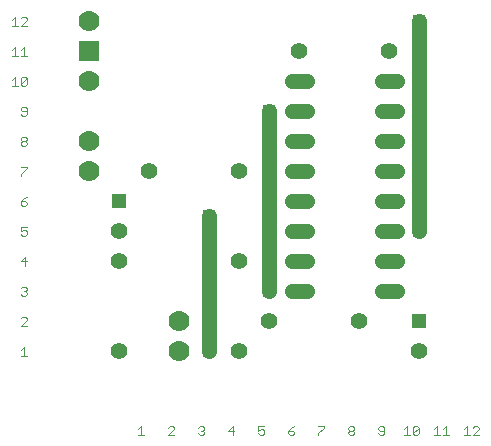
<source format=gtl>
G75*
%MOIN*%
%OFA0B0*%
%FSLAX25Y25*%
%IPPOS*%
%LPD*%
%AMOC8*
5,1,8,0,0,1.08239X$1,22.5*
%
%ADD10C,0.00300*%
%ADD11C,0.07000*%
%ADD12C,0.05543*%
%ADD13R,0.04756X0.04756*%
%ADD14C,0.05150*%
%ADD15R,0.07000X0.07000*%
%ADD16C,0.05000*%
%ADD17R,0.03962X0.03962*%
D10*
X0040521Y0033417D02*
X0042456Y0033417D01*
X0041489Y0033417D02*
X0041489Y0036319D01*
X0040521Y0035352D01*
X0040521Y0043417D02*
X0042456Y0045352D01*
X0042456Y0045835D01*
X0041973Y0046319D01*
X0041005Y0046319D01*
X0040521Y0045835D01*
X0040521Y0043417D02*
X0042456Y0043417D01*
X0041973Y0053417D02*
X0041005Y0053417D01*
X0040521Y0053900D01*
X0041489Y0054868D02*
X0041973Y0054868D01*
X0042456Y0054384D01*
X0042456Y0053900D01*
X0041973Y0053417D01*
X0041973Y0054868D02*
X0042456Y0055352D01*
X0042456Y0055835D01*
X0041973Y0056319D01*
X0041005Y0056319D01*
X0040521Y0055835D01*
X0041973Y0063417D02*
X0041973Y0066319D01*
X0040521Y0064868D01*
X0042456Y0064868D01*
X0041973Y0073417D02*
X0041005Y0073417D01*
X0040521Y0073900D01*
X0040521Y0074868D02*
X0041489Y0075352D01*
X0041973Y0075352D01*
X0042456Y0074868D01*
X0042456Y0073900D01*
X0041973Y0073417D01*
X0040521Y0074868D02*
X0040521Y0076319D01*
X0042456Y0076319D01*
X0041973Y0083417D02*
X0042456Y0083900D01*
X0042456Y0084384D01*
X0041973Y0084868D01*
X0040521Y0084868D01*
X0040521Y0083900D01*
X0041005Y0083417D01*
X0041973Y0083417D01*
X0040521Y0084868D02*
X0041489Y0085835D01*
X0042456Y0086319D01*
X0040521Y0093417D02*
X0040521Y0093900D01*
X0042456Y0095835D01*
X0042456Y0096319D01*
X0040521Y0096319D01*
X0041005Y0103417D02*
X0040521Y0103900D01*
X0040521Y0104384D01*
X0041005Y0104868D01*
X0041973Y0104868D01*
X0042456Y0104384D01*
X0042456Y0103900D01*
X0041973Y0103417D01*
X0041005Y0103417D01*
X0041005Y0104868D02*
X0040521Y0105352D01*
X0040521Y0105835D01*
X0041005Y0106319D01*
X0041973Y0106319D01*
X0042456Y0105835D01*
X0042456Y0105352D01*
X0041973Y0104868D01*
X0041973Y0113417D02*
X0042456Y0113900D01*
X0042456Y0115835D01*
X0041973Y0116319D01*
X0041005Y0116319D01*
X0040521Y0115835D01*
X0040521Y0115352D01*
X0041005Y0114868D01*
X0042456Y0114868D01*
X0041973Y0113417D02*
X0041005Y0113417D01*
X0040521Y0113900D01*
X0041005Y0123417D02*
X0040521Y0123900D01*
X0042456Y0125835D01*
X0042456Y0123900D01*
X0041973Y0123417D01*
X0041005Y0123417D01*
X0040521Y0123900D02*
X0040521Y0125835D01*
X0041005Y0126319D01*
X0041973Y0126319D01*
X0042456Y0125835D01*
X0038542Y0126319D02*
X0038542Y0123417D01*
X0037575Y0123417D02*
X0039510Y0123417D01*
X0037575Y0125352D02*
X0038542Y0126319D01*
X0038542Y0133417D02*
X0038542Y0136319D01*
X0037575Y0135352D01*
X0037575Y0133417D02*
X0039510Y0133417D01*
X0040521Y0133417D02*
X0042456Y0133417D01*
X0041489Y0133417D02*
X0041489Y0136319D01*
X0040521Y0135352D01*
X0040521Y0143417D02*
X0042456Y0145352D01*
X0042456Y0145835D01*
X0041973Y0146319D01*
X0041005Y0146319D01*
X0040521Y0145835D01*
X0038542Y0146319D02*
X0038542Y0143417D01*
X0037575Y0143417D02*
X0039510Y0143417D01*
X0040521Y0143417D02*
X0042456Y0143417D01*
X0038542Y0146319D02*
X0037575Y0145352D01*
X0080641Y0009919D02*
X0080641Y0007017D01*
X0079674Y0007017D02*
X0081609Y0007017D01*
X0079674Y0008952D02*
X0080641Y0009919D01*
X0089674Y0009435D02*
X0090158Y0009919D01*
X0091125Y0009919D01*
X0091609Y0009435D01*
X0091609Y0008952D01*
X0089674Y0007017D01*
X0091609Y0007017D01*
X0099674Y0007500D02*
X0100158Y0007017D01*
X0101125Y0007017D01*
X0101609Y0007500D01*
X0101609Y0007984D01*
X0101125Y0008468D01*
X0100641Y0008468D01*
X0101125Y0008468D02*
X0101609Y0008952D01*
X0101609Y0009435D01*
X0101125Y0009919D01*
X0100158Y0009919D01*
X0099674Y0009435D01*
X0109674Y0008468D02*
X0111609Y0008468D01*
X0111125Y0007017D02*
X0111125Y0009919D01*
X0109674Y0008468D01*
X0119674Y0008468D02*
X0120641Y0008952D01*
X0121125Y0008952D01*
X0121609Y0008468D01*
X0121609Y0007500D01*
X0121125Y0007017D01*
X0120158Y0007017D01*
X0119674Y0007500D01*
X0119674Y0008468D02*
X0119674Y0009919D01*
X0121609Y0009919D01*
X0129674Y0008468D02*
X0129674Y0007500D01*
X0130158Y0007017D01*
X0131125Y0007017D01*
X0131609Y0007500D01*
X0131609Y0007984D01*
X0131125Y0008468D01*
X0129674Y0008468D01*
X0130641Y0009435D01*
X0131609Y0009919D01*
X0139674Y0009919D02*
X0141609Y0009919D01*
X0141609Y0009435D01*
X0139674Y0007500D01*
X0139674Y0007017D01*
X0149674Y0007500D02*
X0149674Y0007984D01*
X0150158Y0008468D01*
X0151125Y0008468D01*
X0151609Y0007984D01*
X0151609Y0007500D01*
X0151125Y0007017D01*
X0150158Y0007017D01*
X0149674Y0007500D01*
X0150158Y0008468D02*
X0149674Y0008952D01*
X0149674Y0009435D01*
X0150158Y0009919D01*
X0151125Y0009919D01*
X0151609Y0009435D01*
X0151609Y0008952D01*
X0151125Y0008468D01*
X0159674Y0008952D02*
X0160158Y0008468D01*
X0161609Y0008468D01*
X0161609Y0009435D02*
X0161125Y0009919D01*
X0160158Y0009919D01*
X0159674Y0009435D01*
X0159674Y0008952D01*
X0159674Y0007500D02*
X0160158Y0007017D01*
X0161125Y0007017D01*
X0161609Y0007500D01*
X0161609Y0009435D01*
X0168201Y0008952D02*
X0169168Y0009919D01*
X0169168Y0007017D01*
X0168201Y0007017D02*
X0170135Y0007017D01*
X0171147Y0007500D02*
X0171147Y0009435D01*
X0171631Y0009919D01*
X0172598Y0009919D01*
X0173082Y0009435D01*
X0171147Y0007500D01*
X0171631Y0007017D01*
X0172598Y0007017D01*
X0173082Y0007500D01*
X0173082Y0009435D01*
X0178201Y0008952D02*
X0179168Y0009919D01*
X0179168Y0007017D01*
X0178201Y0007017D02*
X0180135Y0007017D01*
X0181147Y0007017D02*
X0183082Y0007017D01*
X0182115Y0007017D02*
X0182115Y0009919D01*
X0181147Y0008952D01*
X0188201Y0008952D02*
X0189168Y0009919D01*
X0189168Y0007017D01*
X0188201Y0007017D02*
X0190135Y0007017D01*
X0191147Y0007017D02*
X0193082Y0008952D01*
X0193082Y0009435D01*
X0192598Y0009919D01*
X0191631Y0009919D01*
X0191147Y0009435D01*
X0191147Y0007017D02*
X0193082Y0007017D01*
D11*
X0093318Y0034867D03*
X0093318Y0044867D03*
X0063318Y0094867D03*
X0063318Y0104867D03*
X0063318Y0124867D03*
X0063318Y0144867D03*
D12*
X0083318Y0094867D03*
X0073318Y0074867D03*
X0073318Y0064867D03*
X0073318Y0034867D03*
X0113318Y0034867D03*
X0123318Y0044867D03*
X0113318Y0064867D03*
X0153318Y0044867D03*
X0173318Y0034867D03*
X0113318Y0094867D03*
X0133318Y0134867D03*
X0163318Y0134867D03*
D13*
X0073318Y0084867D03*
X0173318Y0044867D03*
D14*
X0165893Y0054867D02*
X0160743Y0054867D01*
X0160743Y0064867D02*
X0165893Y0064867D01*
X0165893Y0074867D02*
X0160743Y0074867D01*
X0160743Y0084867D02*
X0165893Y0084867D01*
X0165893Y0094867D02*
X0160743Y0094867D01*
X0160743Y0104867D02*
X0165893Y0104867D01*
X0165893Y0114867D02*
X0160743Y0114867D01*
X0160743Y0124867D02*
X0165893Y0124867D01*
X0135893Y0124867D02*
X0130743Y0124867D01*
X0130743Y0114867D02*
X0135893Y0114867D01*
X0135893Y0104867D02*
X0130743Y0104867D01*
X0130743Y0094867D02*
X0135893Y0094867D01*
X0135893Y0084867D02*
X0130743Y0084867D01*
X0130743Y0074867D02*
X0135893Y0074867D01*
X0135893Y0064867D02*
X0130743Y0064867D01*
X0130743Y0054867D02*
X0135893Y0054867D01*
D15*
X0063318Y0134867D03*
D16*
X0123318Y0114867D02*
X0123318Y0054867D01*
X0103318Y0034867D02*
X0103318Y0079867D01*
X0173318Y0074867D02*
X0173318Y0144867D01*
D17*
X0173318Y0144867D03*
X0123318Y0114867D03*
X0103318Y0079867D03*
X0123318Y0054867D03*
X0103318Y0034867D03*
X0173318Y0074867D03*
M02*

</source>
